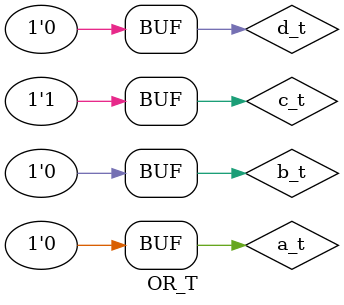
<source format=v>
`timescale 1ns / 1ps
module OR_T();

reg  a_t,b_t,c_t,d_t;
wire  result_t;

ORGate ORGate1(a_t, b_t, c_t, d_t, result_t);

initial 
	begin 
		a_t <= 0;
		b_t <= 0;
		c_t <= 1;
		d_t <= 0;
	end
	
endmodule


</source>
